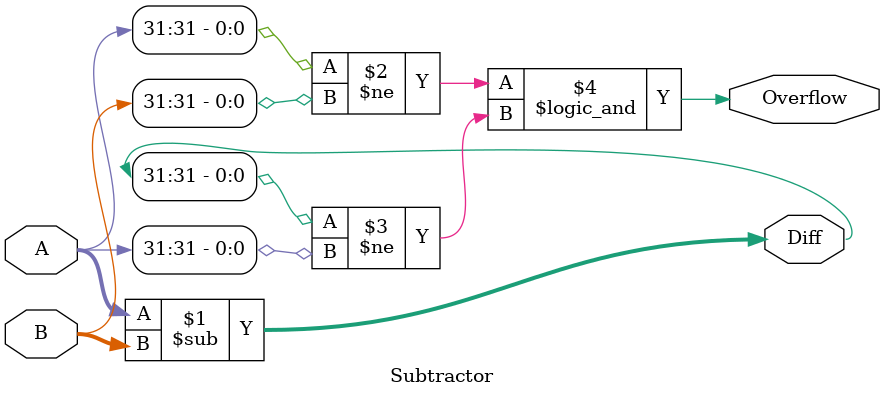
<source format=v>
module Subtractor (
    input  wire signed [31:0] A,      // Minuend
    input  wire signed [31:0] B,      // Subtrahend
    output wire signed [31:0] Diff,   // Difference (A - B)
    output wire               Overflow // Overflow flag
);

    assign Diff = A - B;

    // Overflow detection for signed subtraction
    assign Overflow = ((A[31] != B[31]) && (Diff[31] != A[31]));

endmodule

</source>
